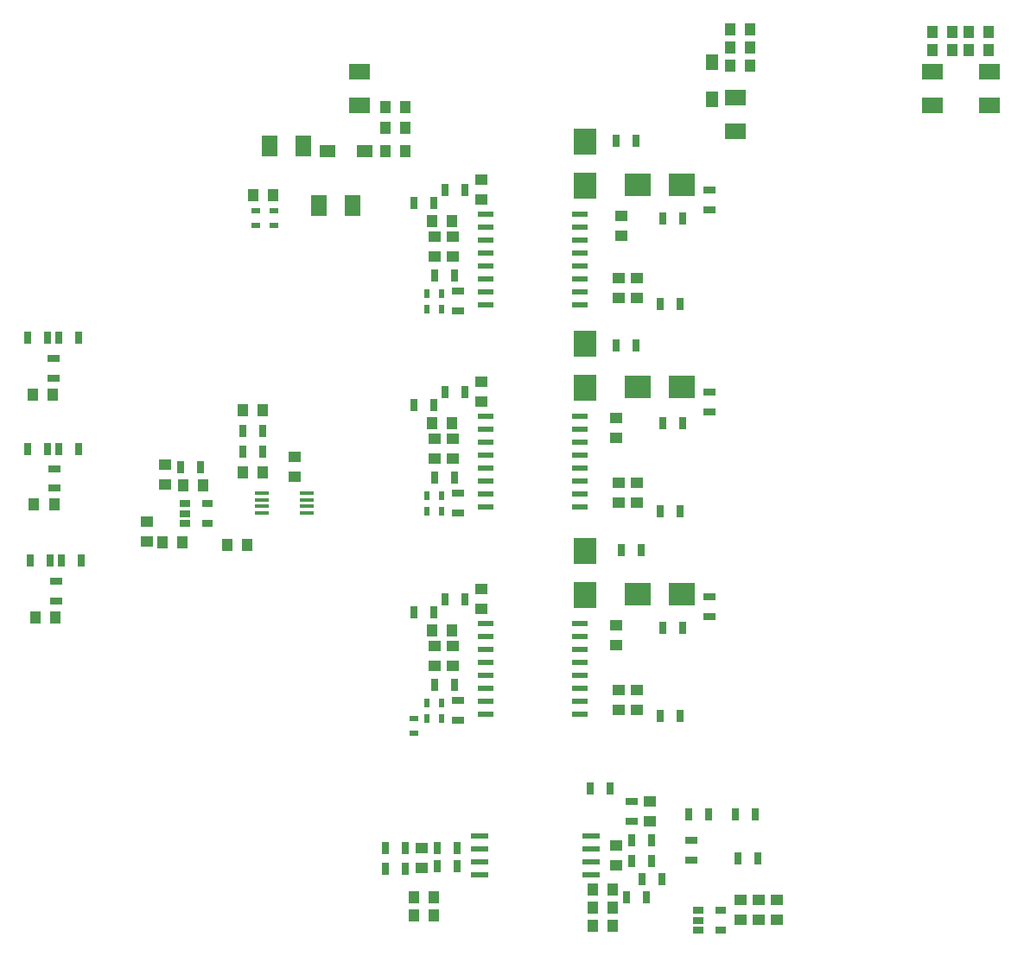
<source format=gtp>
G04 #@! TF.FileFunction,Paste,Top*
%FSLAX46Y46*%
G04 Gerber Fmt 4.6, Leading zero omitted, Abs format (unit mm)*
G04 Created by KiCad (PCBNEW 4.0.5) date 03/08/17 17:48:46*
%MOMM*%
%LPD*%
G01*
G04 APERTURE LIST*
%ADD10C,0.100000*%
%ADD11R,1.250000X1.000000*%
%ADD12R,1.000000X1.250000*%
%ADD13R,2.500000X2.300000*%
%ADD14R,2.300000X2.500000*%
%ADD15R,1.600200X1.198880*%
%ADD16R,1.198880X1.600200*%
%ADD17R,2.032000X1.524000*%
%ADD18R,0.500000X0.900000*%
%ADD19R,0.900000X0.500000*%
%ADD20R,0.700000X1.300000*%
%ADD21R,1.300000X0.700000*%
%ADD22R,1.500000X0.600000*%
%ADD23R,1.800000X0.600000*%
%ADD24R,1.450000X0.450000*%
%ADD25R,1.060000X0.650000*%
%ADD26R,1.524000X2.032000*%
G04 APERTURE END LIST*
D10*
D11*
X156972000Y-86122000D03*
X156972000Y-88122000D03*
X156972000Y-105934000D03*
X156972000Y-107934000D03*
X156972000Y-126254000D03*
X156972000Y-128254000D03*
X158750000Y-86122000D03*
X158750000Y-88122000D03*
X158750000Y-105934000D03*
X158750000Y-107934000D03*
X158750000Y-126254000D03*
X158750000Y-128254000D03*
X161544000Y-82534000D03*
X161544000Y-80534000D03*
X161544000Y-102346000D03*
X161544000Y-100346000D03*
X161544000Y-122666000D03*
X161544000Y-120666000D03*
D12*
X158734000Y-84582000D03*
X156734000Y-84582000D03*
X158734000Y-104394000D03*
X156734000Y-104394000D03*
X158734000Y-124714000D03*
X156734000Y-124714000D03*
D11*
X176784000Y-90186000D03*
X176784000Y-92186000D03*
X176784000Y-110252000D03*
X176784000Y-112252000D03*
X176784000Y-130572000D03*
X176784000Y-132572000D03*
X175006000Y-90186000D03*
X175006000Y-92186000D03*
X175006000Y-110252000D03*
X175006000Y-112252000D03*
X175006000Y-130572000D03*
X175006000Y-132572000D03*
X178054000Y-143494000D03*
X178054000Y-141494000D03*
X174752000Y-147812000D03*
X174752000Y-145812000D03*
D12*
X141208000Y-82042000D03*
X139208000Y-82042000D03*
X156956000Y-152654000D03*
X154956000Y-152654000D03*
D11*
X155702000Y-146066000D03*
X155702000Y-148066000D03*
D12*
X156956000Y-150876000D03*
X154956000Y-150876000D03*
X140192000Y-109220000D03*
X138192000Y-109220000D03*
X136668000Y-116332000D03*
X138668000Y-116332000D03*
X138192000Y-103124000D03*
X140192000Y-103124000D03*
D11*
X143256000Y-109712000D03*
X143256000Y-107712000D03*
D12*
X119745000Y-112395000D03*
X117745000Y-112395000D03*
X119618000Y-101600000D03*
X117618000Y-101600000D03*
X119872000Y-123444000D03*
X117872000Y-123444000D03*
D11*
X190500000Y-153146000D03*
X190500000Y-151146000D03*
X188722000Y-153146000D03*
X188722000Y-151146000D03*
D12*
X185944000Y-67564000D03*
X187944000Y-67564000D03*
D11*
X186944000Y-153146000D03*
X186944000Y-151146000D03*
D12*
X152162000Y-75438000D03*
X154162000Y-75438000D03*
X152162000Y-77724000D03*
X154162000Y-77724000D03*
X185944000Y-69342000D03*
X187944000Y-69342000D03*
X152162000Y-73406000D03*
X154162000Y-73406000D03*
X185944000Y-65786000D03*
X187944000Y-65786000D03*
X211312000Y-66040000D03*
X209312000Y-66040000D03*
X207756000Y-66040000D03*
X205756000Y-66040000D03*
X207756000Y-67818000D03*
X205756000Y-67818000D03*
X211312000Y-67818000D03*
X209312000Y-67818000D03*
D11*
X175260000Y-84090000D03*
X175260000Y-86090000D03*
X174752000Y-103902000D03*
X174752000Y-105902000D03*
X174752000Y-124222000D03*
X174752000Y-126222000D03*
D13*
X176920000Y-81026000D03*
X181220000Y-81026000D03*
X176920000Y-100838000D03*
X181220000Y-100838000D03*
X176920000Y-121158000D03*
X181220000Y-121158000D03*
D14*
X171704000Y-81144000D03*
X171704000Y-76844000D03*
X171704000Y-100956000D03*
X171704000Y-96656000D03*
X171704000Y-121276000D03*
X171704000Y-116976000D03*
D15*
X146535140Y-77724000D03*
X150136860Y-77724000D03*
D16*
X184150000Y-72666860D03*
X184150000Y-69065140D03*
D17*
X205740000Y-73279000D03*
X205740000Y-69977000D03*
X211328000Y-73279000D03*
X211328000Y-69977000D03*
X186436000Y-75819000D03*
X186436000Y-72517000D03*
D18*
X156222000Y-91694000D03*
X157722000Y-91694000D03*
X156222000Y-93218000D03*
X157722000Y-93218000D03*
X156222000Y-111506000D03*
X157722000Y-111506000D03*
X156222000Y-113030000D03*
X157722000Y-113030000D03*
X156222000Y-131826000D03*
X157722000Y-131826000D03*
X156222000Y-133350000D03*
X157722000Y-133350000D03*
D19*
X154940000Y-134862000D03*
X154940000Y-133362000D03*
X141224000Y-83578000D03*
X141224000Y-85078000D03*
X139446000Y-83578000D03*
X139446000Y-85078000D03*
D20*
X159954000Y-81534000D03*
X158054000Y-81534000D03*
X156906000Y-82804000D03*
X155006000Y-82804000D03*
X158938000Y-89916000D03*
X157038000Y-89916000D03*
X159954000Y-101346000D03*
X158054000Y-101346000D03*
X156906000Y-102616000D03*
X155006000Y-102616000D03*
X158938000Y-109728000D03*
X157038000Y-109728000D03*
X159954000Y-121666000D03*
X158054000Y-121666000D03*
X156906000Y-122936000D03*
X155006000Y-122936000D03*
X158938000Y-130048000D03*
X157038000Y-130048000D03*
D21*
X159258000Y-91506000D03*
X159258000Y-93406000D03*
X159258000Y-111318000D03*
X159258000Y-113218000D03*
X159258000Y-131638000D03*
X159258000Y-133538000D03*
D20*
X186756000Y-147066000D03*
X188656000Y-147066000D03*
X186502000Y-142748000D03*
X188402000Y-142748000D03*
X181930000Y-142748000D03*
X183830000Y-142748000D03*
D21*
X182118000Y-147254000D03*
X182118000Y-145354000D03*
D20*
X172278000Y-140208000D03*
X174178000Y-140208000D03*
D21*
X176276000Y-143444000D03*
X176276000Y-141544000D03*
D20*
X176342000Y-147320000D03*
X178242000Y-147320000D03*
X176342000Y-145288000D03*
X178242000Y-145288000D03*
X157292000Y-146050000D03*
X159192000Y-146050000D03*
X157292000Y-147828000D03*
X159192000Y-147828000D03*
X152212000Y-146050000D03*
X154112000Y-146050000D03*
X152212000Y-148082000D03*
X154112000Y-148082000D03*
X138242000Y-107188000D03*
X140142000Y-107188000D03*
X138242000Y-105156000D03*
X140142000Y-105156000D03*
X117414000Y-117856000D03*
X119314000Y-117856000D03*
X120462000Y-117856000D03*
X122362000Y-117856000D03*
X117160000Y-106934000D03*
X119060000Y-106934000D03*
X120208000Y-106934000D03*
X122108000Y-106934000D03*
X117160000Y-96012000D03*
X119060000Y-96012000D03*
X120208000Y-96012000D03*
X122108000Y-96012000D03*
D21*
X119761000Y-110805000D03*
X119761000Y-108905000D03*
X119634000Y-100010000D03*
X119634000Y-98110000D03*
X119888000Y-121854000D03*
X119888000Y-119954000D03*
D20*
X181290000Y-84328000D03*
X179390000Y-84328000D03*
X181036000Y-92710000D03*
X179136000Y-92710000D03*
X181290000Y-104394000D03*
X179390000Y-104394000D03*
X181036000Y-113030000D03*
X179136000Y-113030000D03*
X181290000Y-124460000D03*
X179390000Y-124460000D03*
X181036000Y-133096000D03*
X179136000Y-133096000D03*
X177358000Y-149098000D03*
X179258000Y-149098000D03*
X175834000Y-150876000D03*
X177734000Y-150876000D03*
X174818000Y-76708000D03*
X176718000Y-76708000D03*
X174818000Y-96774000D03*
X176718000Y-96774000D03*
X175326000Y-116840000D03*
X177226000Y-116840000D03*
D22*
X161974000Y-83947000D03*
X161974000Y-85217000D03*
X161974000Y-86487000D03*
X161974000Y-87757000D03*
X161974000Y-89027000D03*
X161974000Y-90297000D03*
X161974000Y-91567000D03*
X161974000Y-92837000D03*
X171274000Y-92837000D03*
X171274000Y-91567000D03*
X171274000Y-90297000D03*
X171274000Y-89027000D03*
X171274000Y-87757000D03*
X171274000Y-86487000D03*
X171274000Y-85217000D03*
X171274000Y-83947000D03*
X161974000Y-103759000D03*
X161974000Y-105029000D03*
X161974000Y-106299000D03*
X161974000Y-107569000D03*
X161974000Y-108839000D03*
X161974000Y-110109000D03*
X161974000Y-111379000D03*
X161974000Y-112649000D03*
X171274000Y-112649000D03*
X171274000Y-111379000D03*
X171274000Y-110109000D03*
X171274000Y-108839000D03*
X171274000Y-107569000D03*
X171274000Y-106299000D03*
X171274000Y-105029000D03*
X171274000Y-103759000D03*
X161974000Y-124079000D03*
X161974000Y-125349000D03*
X161974000Y-126619000D03*
X161974000Y-127889000D03*
X161974000Y-129159000D03*
X161974000Y-130429000D03*
X161974000Y-131699000D03*
X161974000Y-132969000D03*
X171274000Y-132969000D03*
X171274000Y-131699000D03*
X171274000Y-130429000D03*
X171274000Y-129159000D03*
X171274000Y-127889000D03*
X171274000Y-126619000D03*
X171274000Y-125349000D03*
X171274000Y-124079000D03*
D23*
X161428000Y-148717000D03*
X172328000Y-148717000D03*
X161428000Y-147447000D03*
X172328000Y-147447000D03*
X161428000Y-146177000D03*
X172328000Y-146177000D03*
X161428000Y-144907000D03*
X172328000Y-144907000D03*
D24*
X144440000Y-111293000D03*
X140040000Y-111293000D03*
X144440000Y-111943000D03*
X140040000Y-111943000D03*
X144440000Y-112593000D03*
X140040000Y-112593000D03*
X144440000Y-113243000D03*
X140040000Y-113243000D03*
D25*
X182796000Y-152212000D03*
X182796000Y-153162000D03*
X182796000Y-154112000D03*
X184996000Y-154112000D03*
X184996000Y-152212000D03*
D21*
X183896000Y-103312000D03*
X183896000Y-101412000D03*
X183896000Y-83500000D03*
X183896000Y-81600000D03*
X183896000Y-123378000D03*
X183896000Y-121478000D03*
D12*
X172482000Y-150114000D03*
X174482000Y-150114000D03*
X172482000Y-151892000D03*
X174482000Y-151892000D03*
X172482000Y-153670000D03*
X174482000Y-153670000D03*
D26*
X140843000Y-77216000D03*
X144145000Y-77216000D03*
D17*
X149606000Y-73279000D03*
X149606000Y-69977000D03*
D26*
X145669000Y-83058000D03*
X148971000Y-83058000D03*
D11*
X130556000Y-108474000D03*
X130556000Y-110474000D03*
D12*
X132318000Y-116078000D03*
X130318000Y-116078000D03*
X134350000Y-110490000D03*
X132350000Y-110490000D03*
D11*
X128778000Y-114062000D03*
X128778000Y-116062000D03*
D20*
X132146000Y-108712000D03*
X134046000Y-108712000D03*
D25*
X132504000Y-112334000D03*
X132504000Y-113284000D03*
X132504000Y-114234000D03*
X134704000Y-114234000D03*
X134704000Y-112334000D03*
M02*

</source>
